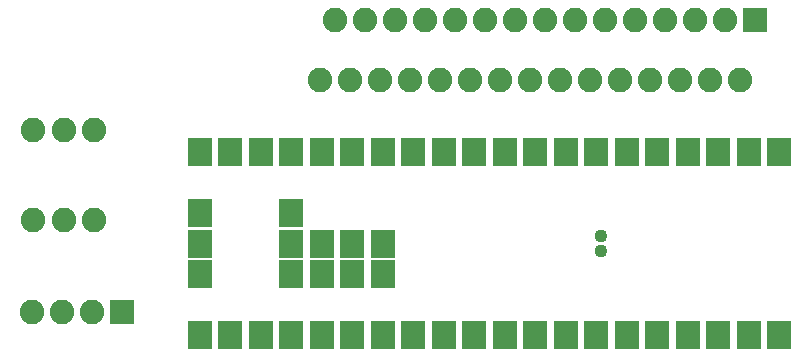
<source format=gts>
G04 ---------------------------- Layer name :TOP SOLDER LAYER*
G04 EasyEDA v5.3.14, Thu, 29 Mar 2018 20:23:58 GMT*
G04 Gerber Generator version 0.2*
G04 Scale: 100 percent, Rotated: No, Reflected: No *
G04 Dimensions in millimeters *
G04 leading zeros omitted , absolute positions ,3 integer and 3 decimal *
%FSLAX33Y33*%
%MOMM*%
G90*
G71D02*

%ADD11R,2.083308X2.083308*%
%ADD12C,2.083308*%
%ADD13C,2.082800*%
%ADD14R,2.138680X2.397760*%
%ADD15C,1.107440*%

%LPD*%
G54D11*
G01X62884Y31488D03*
G54D12*
G01X61615Y26410D03*
G01X60345Y31490D03*
G01X59075Y26410D03*
G01X57805Y31490D03*
G01X56535Y26410D03*
G01X55265Y31490D03*
G01X53995Y26410D03*
G01X52725Y31490D03*
G01X51455Y26410D03*
G01X50185Y31490D03*
G01X48915Y26410D03*
G01X47645Y31490D03*
G01X46375Y26410D03*
G01X45105Y31490D03*
G01X43835Y26410D03*
G01X42565Y31490D03*
G01X41295Y26410D03*
G01X40025Y31490D03*
G01X38755Y26410D03*
G01X37485Y31490D03*
G01X36215Y26410D03*
G01X34945Y31490D03*
G01X33675Y26410D03*
G01X32405Y31490D03*
G01X31135Y26410D03*
G01X29865Y31490D03*
G01X28595Y26410D03*
G01X27325Y31490D03*
G01X26055Y26410D03*
G54D13*
G01X1798Y14549D03*
G01X1798Y22169D03*
G01X4389Y14549D03*
G01X4389Y22169D03*
G01X6980Y14549D03*
G01X6980Y22169D03*
G54D14*
G01X64948Y4826D03*
G01X62367Y4826D03*
G01X59787Y4826D03*
G01X57206Y4826D03*
G01X54625Y4826D03*
G01X52045Y4826D03*
G01X49464Y4826D03*
G01X46883Y4826D03*
G01X44303Y4826D03*
G01X41722Y4826D03*
G01X39141Y4826D03*
G01X36561Y4826D03*
G01X33980Y4826D03*
G01X31399Y4826D03*
G01X28819Y4826D03*
G01X26238Y4826D03*
G01X23658Y4826D03*
G01X21077Y4826D03*
G01X18496Y4826D03*
G01X15916Y4826D03*
G01X15916Y9987D03*
G01X15916Y12567D03*
G01X15916Y15148D03*
G01X15916Y20309D03*
G01X18496Y20309D03*
G01X21077Y20309D03*
G01X23658Y20309D03*
G01X26238Y20309D03*
G01X28819Y20309D03*
G01X31399Y20309D03*
G01X33980Y20309D03*
G01X36561Y20309D03*
G01X39141Y20309D03*
G01X41722Y20309D03*
G01X44303Y20309D03*
G01X46883Y20309D03*
G01X49464Y20309D03*
G01X52045Y20309D03*
G01X54625Y20309D03*
G01X57206Y20309D03*
G01X59787Y20309D03*
G01X62367Y20309D03*
G01X64948Y20309D03*
G01X31399Y9987D03*
G01X28819Y9987D03*
G01X26238Y9987D03*
G01X23658Y9987D03*
G01X31399Y12567D03*
G01X28819Y12567D03*
G01X26238Y12567D03*
G01X23658Y12567D03*
G01X23658Y15148D03*
G54D15*
G01X49850Y13213D03*
G01X49850Y11922D03*
G54D11*
G01X9279Y6820D03*
G54D12*
G01X6739Y6819D03*
G01X4199Y6819D03*
G01X1659Y6819D03*
M00*
M02*

</source>
